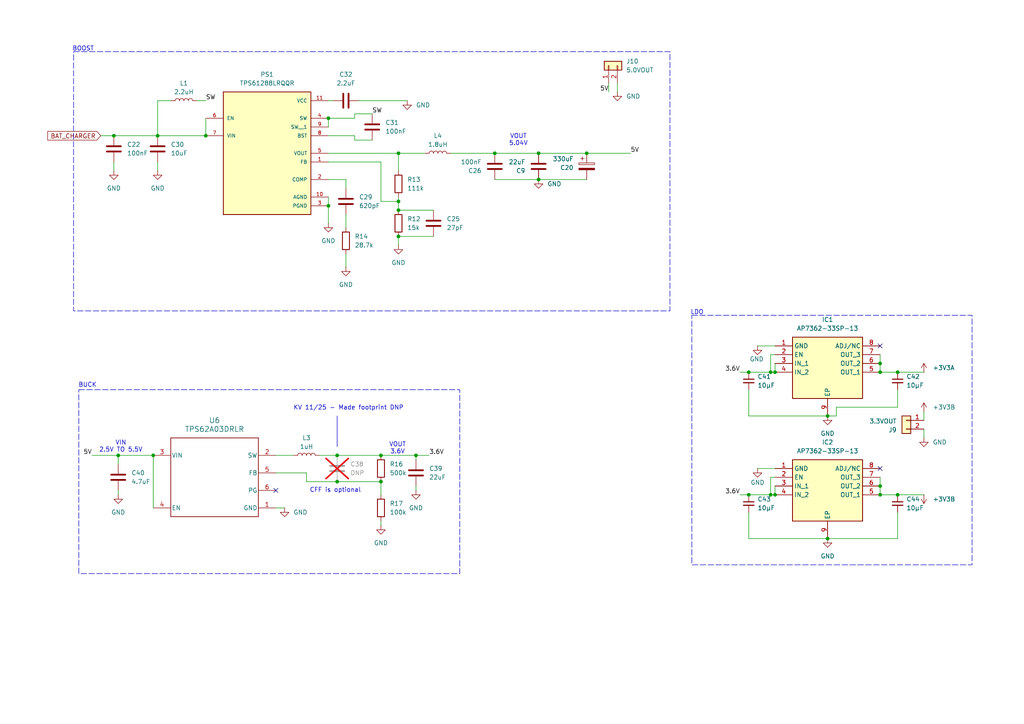
<source format=kicad_sch>
(kicad_sch (version 20250114) (generator "eeschema") (generator_version "9.0")
  (paper "A4")
  (lib_symbols
    (symbol "Connector_Generic:Conn_01x02" (pin_names (offset 1.016) (hide yes))
      (property "Reference" "J" (at 0 2.54 0))
      (property "Value" "Conn_01x02" (at 0 -5.08 0))
      (symbol "Conn_01x02_1_1"
        (rectangle (start -1.27 1.27) (end 1.27 -3.81) (stroke (width 0.254)) (fill (type background)))
        (rectangle (start -1.27 0.127) (end 0 -0.127) (stroke (width 0.1524)))
        (rectangle (start -1.27 -2.413) (end 0 -2.667) (stroke (width 0.1524)))
        (pin passive line (at -5.08 0 0) (length 3.81) (name "Pin_1") (number "1"))
        (pin passive line (at -5.08 -2.54 0) (length 3.81) (name "Pin_2") (number "2"))
      )
    )
    (symbol "Device:C" (pin_numbers (hide yes)) (pin_names (offset 0.254))
      (property "Reference" "C" (at 0.635 2.54 0))
      (property "Value" "C" (at 0.635 -2.54 0))
      (symbol "C_0_1"
        (polyline (pts (xy -2.032 0.762) (xy 2.032 0.762)) (stroke (width 0.508)))
        (polyline (pts (xy -2.032 -0.762) (xy 2.032 -0.762)) (stroke (width 0.508)))
      )
      (symbol "C_1_1"
        (pin passive line (at 0 3.81 270) (length 2.794) (name "~") (number "1"))
        (pin passive line (at 0 -3.81 90) (length 2.794) (name "~") (number "2"))
      )
    )
    (symbol "Device:C_Polarized" (pin_numbers (hide yes)) (pin_names (offset 0.254))
      (property "Reference" "C" (at 0.635 2.54 0))
      (property "Value" "C_Polarized" (at 0.635 -2.54 0))
      (symbol "C_Polarized_0_1"
        (rectangle (start -2.286 0.508) (end 2.286 1.016))
        (polyline (pts (xy -1.778 2.286) (xy -0.762 2.286)))
        (polyline (pts (xy -1.27 2.794) (xy -1.27 1.778)))
        (rectangle (start 2.286 -0.508) (end -2.286 -1.016) (fill (type outline)))
      )
      (symbol "C_Polarized_1_1"
        (pin passive line (at 0 3.81 270) (length 2.794) (name "~") (number "1"))
        (pin passive line (at 0 -3.81 90) (length 2.794) (name "~") (number "2"))
      )
    )
    (symbol "Device:C_Small" (pin_numbers (hide yes)) (pin_names (offset 0.254) (hide yes))
      (property "Reference" "C" (at 0.254 1.778 0))
      (property "Value" "C_Small" (at 0.254 -2.032 0))
      (symbol "C_Small_0_1"
        (polyline (pts (xy -1.524 0.508) (xy 1.524 0.508)) (stroke (width 0.3048)))
        (polyline (pts (xy -1.524 -0.508) (xy 1.524 -0.508)) (stroke (width 0.3302)))
      )
      (symbol "C_Small_1_1"
        (pin passive line (at 0 2.54 270) (length 2.032) (name "~") (number "1"))
        (pin passive line (at 0 -2.54 90) (length 2.032) (name "~") (number "2"))
      )
    )
    (symbol "Device:L" (pin_numbers (hide yes)) (pin_names (offset 1.016) (hide yes))
      (property "Reference" "L" (at -1.27 0 90))
      (property "Value" "L" (at 1.905 0 90))
      (symbol "L_0_1"
        (arc (start 0 2.54) (mid 0.6323 1.905) (end 0 1.27))
        (arc (start 0 1.27) (mid 0.6323 0.635) (end 0 0))
        (arc (start 0 0) (mid 0.6323 -0.635) (end 0 -1.27))
        (arc (start 0 -1.27) (mid 0.6323 -1.905) (end 0 -2.54))
      )
      (symbol "L_1_1"
        (pin passive line (at 0 3.81 270) (length 1.27) (name "1") (number "1"))
        (pin passive line (at 0 -3.81 90) (length 1.27) (name "2") (number "2"))
      )
    )
    (symbol "Device:R" (pin_numbers (hide yes)) (pin_names (offset 0))
      (property "Reference" "R" (at 2.032 0 90))
      (property "Value" "R" (at 0 0 90))
      (symbol "R_0_1"
        (rectangle (start -1.016 -2.54) (end 1.016 2.54) (stroke (width 0.254)))
      )
      (symbol "R_1_1"
        (pin passive line (at 0 3.81 270) (length 1.27) (name "~") (number "1"))
        (pin passive line (at 0 -3.81 90) (length 1.27) (name "~") (number "2"))
      )
    )
    (symbol "SRAD-Avionics:AP7362-33SP-13"
      (property "Reference" "IC" (at 26.67 7.62 0))
      (property "Value" "AP7362-33SP-13" (at 26.67 5.08 0))
      (symbol "AP7362-33SP-13_1_1"
        (rectangle (start 5.08 2.54) (end 25.4 -15.24) (stroke (width 0.254)) (fill (type background)))
        (pin passive line (at 0 0 0) (length 5.08) (name "GND") (number "1"))
        (pin passive line (at 0 -2.54 0) (length 5.08) (name "EN") (number "2"))
        (pin passive line (at 0 -5.08 0) (length 5.08) (name "IN_1") (number "3"))
        (pin passive line (at 0 -7.62 0) (length 5.08) (name "IN_2") (number "4"))
        (pin passive line (at 15.24 -20.32 90) (length 5.08) (name "EP") (number "9"))
        (pin passive line (at 30.48 0 180) (length 5.08) (name "ADJ/NC") (number "8"))
        (pin passive line (at 30.48 -2.54 180) (length 5.08) (name "OUT_3") (number "7"))
        (pin passive line (at 30.48 -5.08 180) (length 5.08) (name "OUT_2") (number "6"))
        (pin passive line (at 30.48 -7.62 180) (length 5.08) (name "OUT_1") (number "5"))
      )
    )
    (symbol "SRAD-Avionics:TPS61288LRQQR" (pin_names (offset 1.016))
      (property "Reference" "PS" (at -12.7 18.288 0))
      (property "Value" "TPS61288LRQQR" (at -12.7 -20.32 0))
      (symbol "TPS61288LRQQR_0_0"
        (rectangle (start -12.7 -17.78) (end 12.7 17.78) (stroke (width 0.254)) (fill (type background)))
        (pin input line (at -17.78 10.16 0) (length 5.08) (name "EN") (number "6"))
        (pin input line (at -17.78 5.08 0) (length 5.08) (name "VIN") (number "7"))
        (pin power_in line (at 17.78 15.24 180) (length 5.08) (name "VCC") (number "11"))
        (pin output line (at 17.78 10.16 180) (length 5.08) (name "SW") (number "4"))
        (pin output line (at 17.78 7.62 180) (length 5.08) (name "SW__1") (number "9"))
        (pin output line (at 17.78 5.08 180) (length 5.08) (name "BST") (number "8"))
        (pin output line (at 17.78 0 180) (length 5.08) (name "VOUT") (number "5"))
        (pin input line (at 17.78 -2.54 180) (length 5.08) (name "FB") (number "1"))
        (pin output line (at 17.78 -7.62 180) (length 5.08) (name "COMP") (number "2"))
        (pin power_in line (at 17.78 -12.7 180) (length 5.08) (name "AGND") (number "10"))
        (pin power_in line (at 17.78 -15.24 180) (length 5.08) (name "PGND") (number "3"))
      )
    )
    (symbol "SRAD-Avionics:TPS62A03DRLR" (pin_names (offset 0.254))
      (property "Reference" "U" (at 0 2.54 0))
      (property "Value" "TPS62A03DRLR" (at 0 0 0))
      (symbol "TPS62A03DRLR_0_1"
        (polyline (pts (xy 5.08 5.08) (xy 5.08 -17.78)) (stroke (width 0.2032)))
        (polyline (pts (xy 5.08 -17.78) (xy 30.48 -17.78)) (stroke (width 0.2032)))
        (polyline (pts (xy 30.48 5.08) (xy 5.08 5.08)) (stroke (width 0.2032)))
        (polyline (pts (xy 30.48 -17.78) (xy 30.48 5.08)) (stroke (width 0.2032)))
        (pin power_in line (at 0 0 0) (length 5.08) (name "VIN") (number "3"))
        (pin input line (at 0 -15.24 0) (length 5.08) (name "EN") (number "4"))
        (pin unspecified line (at 35.56 0 180) (length 5.08) (name "SW") (number "2"))
        (pin unspecified line (at 35.56 -5.08 180) (length 5.08) (name "FB") (number "5"))
        (pin open_collector line (at 35.56 -10.16 180) (length 5.08) (name "PG") (number "6"))
        (pin power_in line (at 35.56 -15.24 180) (length 5.08) (name "GND") (number "1"))
      )
    )
    (symbol "power:+3V3" (power) (pin_numbers (hide yes)) (pin_names (offset 0) (hide yes))
      (property "Value" "+3V3" (at 0 3.556 0))
      (symbol "+3V3_0_1"
        (polyline (pts (xy -0.762 1.27) (xy 0 2.54)))
        (polyline (pts (xy 0 2.54) (xy 0.762 1.27)))
        (polyline (pts (xy 0 0) (xy 0 2.54)))
      )
      (symbol "+3V3_1_1"
        (pin power_in line (at 0 0 90) (length 0) (name "~") (number "1"))
      )
    )
    (symbol "power:GND" (power) (pin_numbers (hide yes)) (pin_names (offset 0) (hide yes))
      (property "Value" "GND" (at 0 -3.81 0))
      (symbol "GND_0_1"
        (polyline (pts (xy 0 0) (xy 0 -1.27) (xy 1.27 -1.27) (xy 0 -2.54) (xy -1.27 -1.27) (xy 0 -1.27)))
      )
      (symbol "GND_1_1"
        (pin power_in line (at 0 0 270) (length 0) (name "~") (number "1"))
      )
    )
  )
  (rectangle (start 22.86 113.03) (end 133.35 166.37) (stroke (width 0) (type dash)))
  (rectangle (start 97.79 120.65) (end 97.79 129.54))
  (rectangle (start 200.66 91.44) (end 281.94 163.83) (stroke (width 0) (type dash)))
  (rectangle (start 21.336 14.986) (end 194.31 90.17) (stroke (width 0) (type dash)))
  (text "VIN\n2.5V TO 5.5V" (at 35.052 129.54 0) (effects (font (size 1.27 1.27))))
  (text "BUCK" (at 25.4 111.76 0) (effects (font (size 1.27 1.27))))
  (text "VOUT\n3.6V" (at 115.316 130.048 0) (effects (font (size 1.27 1.27))))
  (text "CFF is optional" (at 97.282 142.24 0) (effects (font (size 1.27 1.27))))
  (text "VOUT\n5.04V" (at 150.368 40.64 0) (effects (font (size 1.27 1.27))))
  (text "BOOST" (at 24.13 14.224 0) (effects (font (size 1.27 1.27))))
  (text "LDO" (at 202.184 90.678 0) (effects (font (size 1.27 1.27))))
  (text "KV 11/25 - Made footprint DNP\n" (at 101.092 118.364 0) (effects (font (size 1.27 1.27))))
  (junction (at 143.51 44.45))
  (junction (at 224.79 143.51))
  (junction (at 217.17 143.51))
  (junction (at 110.49 139.7))
  (junction (at 260.35 107.95))
  (junction (at 240.03 156.21))
  (junction (at 115.57 68.58))
  (junction (at 260.35 143.51))
  (junction (at 110.49 132.08))
  (junction (at 217.17 107.95))
  (junction (at 115.57 58.42))
  (junction (at 223.52 107.95))
  (junction (at 97.79 139.7))
  (junction (at 156.21 44.45))
  (junction (at 95.25 34.29))
  (junction (at 223.52 143.51))
  (junction (at 44.45 132.08))
  (junction (at 255.27 107.95))
  (junction (at 95.25 59.69))
  (junction (at 45.72 39.37))
  (junction (at 170.18 44.45))
  (junction (at 34.29 132.08))
  (junction (at 156.21 52.07))
  (junction (at 255.27 140.97))
  (junction (at 120.65 132.08))
  (junction (at 255.27 143.51))
  (junction (at 97.79 132.08))
  (junction (at 115.57 60.96))
  (junction (at 240.03 120.65))
  (junction (at 224.79 107.95))
  (junction (at 59.69 39.37))
  (junction (at 33.02 39.37))
  (junction (at 115.57 44.45))
  (junction (at 255.27 105.41))
  (no_connect (at 255.27 135.89))
  (no_connect (at 255.27 100.33))
  (no_connect (at 80.01 142.24))
  (wire (pts (xy 260.35 118.11) (xy 242.57 118.11)))
  (wire (pts (xy 110.49 58.42) (xy 115.57 58.42)))
  (wire (pts (xy 240.03 156.21) (xy 260.35 156.21)))
  (wire (pts (xy 57.15 29.21) (xy 59.69 29.21)))
  (wire (pts (xy 45.72 29.21) (xy 49.53 29.21)))
  (wire (pts (xy 120.65 140.97) (xy 120.65 142.24)))
  (wire (pts (xy 214.63 107.95) (xy 217.17 107.95)))
  (wire (pts (xy 110.49 139.7) (xy 110.49 143.51)))
  (wire (pts (xy 33.02 39.37) (xy 45.72 39.37)))
  (wire (pts (xy 26.67 132.08) (xy 34.29 132.08)))
  (wire (pts (xy 260.35 156.21) (xy 260.35 148.59)))
  (wire (pts (xy 260.35 107.95) (xy 267.97 107.95)))
  (wire (pts (xy 34.29 142.24) (xy 34.29 143.51)))
  (wire (pts (xy 97.79 132.08) (xy 92.71 132.08)))
  (wire (pts (xy 217.17 107.95) (xy 223.52 107.95)))
  (wire (pts (xy 219.71 100.33) (xy 224.79 100.33)))
  (wire (pts (xy 224.79 138.43) (xy 223.52 138.43)))
  (wire (pts (xy 260.35 143.51) (xy 267.97 143.51)))
  (wire (pts (xy 95.25 44.45) (xy 115.57 44.45)))
  (wire (pts (xy 115.57 44.45) (xy 115.57 49.53)))
  (wire (pts (xy 242.57 118.11) (xy 242.57 120.65)))
  (wire (pts (xy 29.21 39.37) (xy 33.02 39.37)))
  (wire (pts (xy 217.17 148.59) (xy 217.17 156.21)))
  (wire (pts (xy 255.27 138.43) (xy 255.27 140.97)))
  (wire (pts (xy 115.57 68.58) (xy 125.73 68.58)))
  (wire (pts (xy 102.87 33.02) (xy 107.95 33.02)))
  (wire (pts (xy 242.57 120.65) (xy 240.03 120.65)))
  (wire (pts (xy 110.49 151.13) (xy 110.49 152.4)))
  (wire (pts (xy 100.33 52.07) (xy 100.33 54.61)))
  (wire (pts (xy 223.52 143.51) (xy 224.79 143.51)))
  (wire (pts (xy 110.49 132.08) (xy 120.65 132.08)))
  (wire (pts (xy 88.9 137.16) (xy 88.9 139.7)))
  (wire (pts (xy 217.17 113.03) (xy 217.17 120.65)))
  (wire (pts (xy 214.63 143.51) (xy 217.17 143.51)))
  (wire (pts (xy 44.45 132.08) (xy 44.45 147.32)))
  (wire (pts (xy 45.72 39.37) (xy 59.69 39.37)))
  (wire (pts (xy 179.07 24.13) (xy 179.07 26.67)))
  (wire (pts (xy 156.21 52.07) (xy 170.18 52.07)))
  (wire (pts (xy 115.57 60.96) (xy 125.73 60.96)))
  (wire (pts (xy 176.53 26.67) (xy 176.53 24.13)))
  (wire (pts (xy 260.35 113.03) (xy 260.35 118.11)))
  (wire (pts (xy 223.52 102.87) (xy 223.52 107.95)))
  (wire (pts (xy 217.17 143.51) (xy 223.52 143.51)))
  (wire (pts (xy 100.33 66.04) (xy 100.33 62.23)))
  (wire (pts (xy 115.57 68.58) (xy 115.57 71.12)))
  (wire (pts (xy 217.17 156.21) (xy 240.03 156.21)))
  (wire (pts (xy 255.27 102.87) (xy 255.27 105.41)))
  (wire (pts (xy 255.27 105.41) (xy 255.27 107.95)))
  (wire (pts (xy 95.25 34.29) (xy 95.25 36.83)))
  (wire (pts (xy 34.29 132.08) (xy 34.29 134.62)))
  (wire (pts (xy 34.29 132.08) (xy 44.45 132.08)))
  (wire (pts (xy 97.79 132.08) (xy 110.49 132.08)))
  (wire (pts (xy 95.25 29.21) (xy 96.52 29.21)))
  (wire (pts (xy 95.25 46.99) (xy 110.49 46.99)))
  (wire (pts (xy 255.27 143.51) (xy 260.35 143.51)))
  (wire (pts (xy 80.01 147.32) (xy 82.55 147.32)))
  (wire (pts (xy 267.97 119.38) (xy 267.97 121.92)))
  (wire (pts (xy 120.65 133.35) (xy 120.65 132.08)))
  (wire (pts (xy 255.27 107.95) (xy 260.35 107.95)))
  (wire (pts (xy 170.18 44.45) (xy 182.88 44.45)))
  (wire (pts (xy 115.57 44.45) (xy 123.19 44.45)))
  (wire (pts (xy 102.87 39.37) (xy 102.87 40.64)))
  (wire (pts (xy 224.79 102.87) (xy 223.52 102.87)))
  (wire (pts (xy 120.65 132.08) (xy 124.46 132.08)))
  (wire (pts (xy 217.17 120.65) (xy 240.03 120.65)))
  (wire (pts (xy 95.25 52.07) (xy 100.33 52.07)))
  (wire (pts (xy 80.01 132.08) (xy 85.09 132.08)))
  (wire (pts (xy 104.14 29.21) (xy 118.11 29.21)))
  (wire (pts (xy 95.25 34.29) (xy 102.87 34.29)))
  (wire (pts (xy 102.87 40.64) (xy 107.95 40.64)))
  (wire (pts (xy 95.25 57.15) (xy 95.25 59.69)))
  (wire (pts (xy 223.52 138.43) (xy 223.52 143.51)))
  (wire (pts (xy 224.79 105.41) (xy 224.79 107.95)))
  (wire (pts (xy 255.27 140.97) (xy 255.27 143.51)))
  (wire (pts (xy 219.71 135.89) (xy 224.79 135.89)))
  (wire (pts (xy 223.52 107.95) (xy 224.79 107.95)))
  (wire (pts (xy 115.57 58.42) (xy 115.57 60.96)))
  (wire (pts (xy 95.25 59.69) (xy 95.25 64.77)))
  (wire (pts (xy 267.97 124.46) (xy 267.97 127)))
  (wire (pts (xy 115.57 58.42) (xy 115.57 57.15)))
  (wire (pts (xy 100.33 73.66) (xy 100.33 77.47)))
  (wire (pts (xy 143.51 52.07) (xy 156.21 52.07)))
  (wire (pts (xy 59.69 34.29) (xy 59.69 39.37)))
  (wire (pts (xy 110.49 46.99) (xy 110.49 58.42)))
  (wire (pts (xy 45.72 29.21) (xy 45.72 39.37)))
  (wire (pts (xy 156.21 44.45) (xy 170.18 44.45)))
  (wire (pts (xy 33.02 46.99) (xy 33.02 49.53)))
  (wire (pts (xy 97.79 139.7) (xy 110.49 139.7)))
  (wire (pts (xy 88.9 139.7) (xy 97.79 139.7)))
  (wire (pts (xy 130.81 44.45) (xy 143.51 44.45)))
  (wire (pts (xy 80.01 137.16) (xy 88.9 137.16)))
  (wire (pts (xy 102.87 34.29) (xy 102.87 33.02)))
  (wire (pts (xy 95.25 39.37) (xy 102.87 39.37)))
  (wire (pts (xy 224.79 140.97) (xy 224.79 143.51)))
  (wire (pts (xy 143.51 44.45) (xy 156.21 44.45)))
  (wire (pts (xy 45.72 46.99) (xy 45.72 49.53)))
  (label "5V" (at 176.53 26.67 180))
  (label "SW" (at 107.95 33.02 0))
  (label "3.6V" (at 214.63 107.95 180))
  (label "3.6V" (at 214.63 143.51 180))
  (label "SW" (at 59.69 29.21 0))
  (label "5V" (at 182.88 44.45 0))
  (label "5V" (at 26.67 132.08 180))
  (label "3.6V" (at 124.46 132.08 0))
  (global_label "BAT_CHARGER" (shape input) (at 29.21 39.37 180) (property "Intersheetrefs" "${INTERSHEET_REFS}" (effects (hide yes))))
  (symbol (lib_id "power:GND") (at 219.71 100.33 0) (unit 1)
    (property "Reference" "#PWR054" (effects (hide yes)))
    (property "Value" "GND" (at 217.424 104.1399 0) (effects (justify left)))
    (property "Description" "Power symbol creates a global label with name \"GND\" , ground" (effects (hide yes)))
  )
  (symbol (lib_id "Device:C") (at 120.65 137.16 0) (unit 1)
    (property "Reference" "C39" (at 124.46 135.8899 0) (effects (justify left)))
    (property "Value" "22uF" (at 124.46 138.4299 0) (effects (justify left)))
    (property "Footprint" "Capacitor_SMD:C_0603_1608Metric_Pad1.08x0.95mm_HandSolder" (effects (hide yes)))
    (property "Description" "Unpolarized capacitor" (effects (hide yes)))
  )
  (symbol (lib_id "Device:R") (at 100.33 69.85 0) (unit 1)
    (property "Reference" "R14" (at 102.87 68.5799 0) (effects (justify left)))
    (property "Value" "28.7k" (at 102.87 71.1199 0) (effects (justify left)))
    (property "Footprint" "Resistor_SMD:R_0603_1608Metric_Pad0.98x0.95mm_HandSolder" (effects (hide yes)))
    (property "Description" "Resistor" (effects (hide yes)))
  )
  (symbol (lib_id "Device:L") (at 127 44.45 90) (unit 1)
    (property "Reference" "L4" (at 127 39.37 90))
    (property "Value" "1.8uH" (at 127 41.91 90))
    (property "Footprint" "Inductor_SMD:L_0805_2012Metric_Pad1.05x1.20mm_HandSolder" (effects (hide yes)))
    (property "Description" "Inductor" (effects (hide yes)))
  )
  (symbol (lib_id "Device:C") (at 100.33 29.21 90) (unit 1)
    (property "Reference" "C32" (at 100.33 21.59 90))
    (property "Value" "2.2uF" (at 100.33 24.13 90))
    (property "Footprint" "Capacitor_SMD:C_0603_1608Metric_Pad1.08x0.95mm_HandSolder" (effects (hide yes)))
    (property "Description" "Unpolarized capacitor" (effects (hide yes)))
  )
  (symbol (lib_id "power:GND") (at 95.25 64.77 0) (unit 1)
    (property "Reference" "#PWR059" (effects (hide yes)))
    (property "Value" "GND" (at 95.25 69.85 0))
    (property "Description" "Power symbol creates a global label with name \"GND\" , ground" (effects (hide yes)))
  )
  (symbol (lib_id "Device:C_Polarized") (at 170.18 48.26 0) (unit 1)
    (property "Reference" "C20" (at 166.37 48.6411 0) (effects (justify right)))
    (property "Value" "330uF" (at 166.37 46.1011 0) (effects (justify right)))
    (property "Footprint" "Capacitor_SMD:CP_Elec_10x10" (effects (hide yes)))
    (property "Description" "Polarized capacitor" (effects (hide yes)))
  )
  (symbol (lib_id "SRAD-Avionics:AP7362-33SP-13") (at 224.79 135.89 0) (unit 1)
    (property "Reference" "IC2" (at 240.03 128.27 0))
    (property "Value" "AP7362-33SP-13" (at 240.03 130.81 0))
    (property "Footprint" "Package_SO:Diodes_SO-8EP" (effects (hide yes)))
    (property "Datasheet" "https://www.diodes.com//assets/Datasheets/AP7362.pdf" (effects (hide yes)))
    (property "Description" "LDO Voltage Regulators LDO CMOS HiCurr SO-8 1.5A LowQ Adj 190mV" (effects (hide yes)))
    (property "Height" "1.5" (effects (hide yes)))
    (property "Mouser Part Number" "621-AP7362-33SP-13" (effects (hide yes)))
    (property "Mouser Price/Stock" "https://www.mouser.co.uk/ProductDetail/Diodes-Incorporated/AP7362-33SP-13?qs=KKV7F4CK8NmzeNAjtGP7xA%3D%3D" (effects (hide yes)))
    (property "Manufacturer_Name" "Diodes Incorporated" (effects (hide yes)))
    (property "Manufacturer_Part_Number" "AP7362-33SP-13" (effects (hide yes)))
  )
  (symbol (lib_id "Device:C") (at 33.02 43.18 0) (unit 1)
    (property "Reference" "C22" (at 36.83 41.9099 0) (effects (justify left)))
    (property "Value" "100nF" (at 36.83 44.4499 0) (effects (justify left)))
    (property "Footprint" "Capacitor_SMD:C_1210_3225Metric_Pad1.33x2.70mm_HandSolder" (effects (hide yes)))
    (property "Description" "Unpolarized capacitor" (effects (hide yes)))
  )
  (symbol (lib_id "power:+3V3") (at 267.97 143.51 180) (unit 1)
    (property "Reference" "#PWR079" (effects (hide yes)))
    (property "Value" "+3V3B" (at 270.51 144.7799 0) (effects (justify right)))
    (property "Description" "Power symbol creates a global label with name \"+3V3\"" (effects (hide yes)))
  )
  (symbol (lib_id "power:GND") (at 179.07 26.67 0) (unit 1)
    (property "Reference" "#PWR082" (effects (hide yes)))
    (property "Value" "GND" (at 181.61 27.9399 0) (effects (justify left)))
    (property "Description" "Power symbol creates a global label with name \"GND\" , ground" (effects (hide yes)))
  )
  (symbol (lib_id "SRAD-Avionics:AP7362-33SP-13") (at 224.79 100.33 0) (unit 1)
    (property "Reference" "IC1" (at 240.03 92.71 0))
    (property "Value" "AP7362-33SP-13" (at 240.03 95.25 0))
    (property "Footprint" "Package_SO:Diodes_SO-8EP" (effects (hide yes)))
    (property "Datasheet" "https://www.diodes.com//assets/Datasheets/AP7362.pdf" (effects (hide yes)))
    (property "Description" "LDO Voltage Regulators LDO CMOS HiCurr SO-8 1.5A LowQ Adj 190mV" (effects (hide yes)))
    (property "Height" "1.5" (effects (hide yes)))
    (property "Mouser Part Number" "621-AP7362-33SP-13" (effects (hide yes)))
    (property "Mouser Price/Stock" "https://www.mouser.co.uk/ProductDetail/Diodes-Incorporated/AP7362-33SP-13?qs=KKV7F4CK8NmzeNAjtGP7xA%3D%3D" (effects (hide yes)))
    (property "Manufacturer_Name" "Diodes Incorporated" (effects (hide yes)))
    (property "Manufacturer_Part_Number" "AP7362-33SP-13" (effects (hide yes)))
  )
  (symbol (lib_id "Device:R") (at 110.49 135.89 0) (unit 1)
    (property "Reference" "R16" (at 113.03 134.6199 0) (effects (justify left)))
    (property "Value" "500k" (at 113.03 137.1599 0) (effects (justify left)))
    (property "Footprint" "Resistor_SMD:R_0603_1608Metric_Pad0.98x0.95mm_HandSolder" (effects (hide yes)))
    (property "Description" "Resistor" (effects (hide yes)))
  )
  (symbol (lib_id "power:GND") (at 240.03 120.65 0) (unit 1)
    (property "Reference" "#PWR055" (effects (hide yes)))
    (property "Value" "GND" (at 240.03 125.73 0))
    (property "Description" "Power symbol creates a global label with name \"GND\" , ground" (effects (hide yes)))
  )
  (symbol (lib_id "power:GND") (at 219.71 135.89 0) (unit 1)
    (property "Reference" "#PWR056" (effects (hide yes)))
    (property "Value" "GND" (at 217.678 139.9539 0) (effects (justify left)))
    (property "Description" "Power symbol creates a global label with name \"GND\" , ground" (effects (hide yes)))
  )
  (symbol (lib_id "Device:R") (at 115.57 53.34 0) (unit 1)
    (property "Reference" "R13" (at 118.11 52.0699 0) (effects (justify left)))
    (property "Value" "111k" (at 118.11 54.6099 0) (effects (justify left)))
    (property "Footprint" "Resistor_SMD:R_0603_1608Metric_Pad0.98x0.95mm_HandSolder" (effects (hide yes)))
    (property "Description" "Resistor" (effects (hide yes)))
  )
  (symbol (lib_id "Device:C") (at 97.79 135.89 0) (unit 1) (dnp yes)
    (property "Reference" "C38" (at 101.6 134.6199 0) (effects (justify left)))
    (property "Value" "DNP" (at 101.6 137.1599 0) (effects (justify left)))
    (property "Description" "Unpolarized capacitor" (effects (hide yes)))
  )
  (symbol (lib_id "Device:C") (at 156.21 48.26 180) (unit 1)
    (property "Reference" "C9" (at 152.4 49.5301 0) (effects (justify left)))
    (property "Value" "22uF" (at 152.4 46.9901 0) (effects (justify left)))
    (property "Footprint" "Capacitor_SMD:C_0603_1608Metric_Pad1.08x0.95mm_HandSolder" (effects (hide yes)))
    (property "Description" "Unpolarized capacitor" (effects (hide yes)))
  )
  (symbol (lib_id "Device:C_Small") (at 217.17 146.05 0) (unit 1)
    (property "Reference" "C43" (at 219.71 144.7862 0) (effects (justify left)))
    (property "Value" "10µF" (at 219.71 147.3262 0) (effects (justify left)))
    (property "Footprint" "Capacitor_SMD:C_1210_3225Metric_Pad1.33x2.70mm_HandSolder" (effects (hide yes)))
    (property "Description" "Unpolarized capacitor, small symbol" (effects (hide yes)))
  )
  (symbol (lib_id "power:GND") (at 45.72 49.53 0) (unit 1)
    (property "Reference" "#PWR060" (effects (hide yes)))
    (property "Value" "GND" (at 45.72 54.61 0))
    (property "Description" "Power symbol creates a global label with name \"GND\" , ground" (effects (hide yes)))
  )
  (symbol (lib_id "Device:R") (at 115.57 64.77 0) (unit 1)
    (property "Reference" "R12" (at 118.11 63.4999 0) (effects (justify left)))
    (property "Value" "15k" (at 118.11 66.0399 0) (effects (justify left)))
    (property "Footprint" "Resistor_SMD:R_0603_1608Metric_Pad0.98x0.95mm_HandSolder" (effects (hide yes)))
    (property "Description" "Resistor" (effects (hide yes)))
  )
  (symbol (lib_id "Device:C_Small") (at 260.35 146.05 0) (unit 1)
    (property "Reference" "C44" (at 262.89 144.7862 0) (effects (justify left)))
    (property "Value" "10µF" (at 262.89 147.3262 0) (effects (justify left)))
    (property "Footprint" "Capacitor_SMD:C_1210_3225Metric_Pad1.33x2.70mm_HandSolder" (effects (hide yes)))
    (property "Description" "Unpolarized capacitor, small symbol" (effects (hide yes)))
  )
  (symbol (lib_id "Connector_Generic:Conn_01x02") (at 262.89 121.92 0) (mirror y) (unit 1)
    (property "Reference" "J9" (at 260.0959 124.714 0) (effects (justify left)))
    (property "Value" "3.3VOUT" (at 260.0959 122.174 0) (effects (justify left)))
    (property "Footprint" "Connector_JST:JST_XH_B2B-XH-A_1x02_P2.50mm_Vertical" (effects (hide yes)))
    (property "Description" "Generic connector, single row, 01x02, script generated (kicad-library-utils/schlib/autogen/connector/)" (effects (hide yes)))
  )
  (symbol (lib_id "Device:L") (at 53.34 29.21 90) (unit 1)
    (property "Reference" "L1" (at 53.34 24.13 90))
    (property "Value" "2.2uH" (at 53.34 26.67 90))
    (property "Footprint" "Inductor_SMD:L_2010_5025Metric_Pad1.52x2.65mm_HandSolder" (effects (hide yes)))
    (property "Description" "Inductor" (effects (hide yes)))
  )
  (symbol (lib_id "Device:C_Small") (at 260.35 110.49 0) (unit 1)
    (property "Reference" "C42" (at 262.89 109.2262 0) (effects (justify left)))
    (property "Value" "10µF" (at 262.89 111.7662 0) (effects (justify left)))
    (property "Footprint" "Capacitor_SMD:C_1210_3225Metric_Pad1.33x2.70mm_HandSolder" (effects (hide yes)))
    (property "Description" "Unpolarized capacitor, small symbol" (effects (hide yes)))
  )
  (symbol (lib_id "power:GND") (at 115.57 71.12 0) (unit 1)
    (property "Reference" "#PWR057" (effects (hide yes)))
    (property "Value" "GND" (at 115.57 76.2 0))
    (property "Description" "Power symbol creates a global label with name \"GND\" , ground" (effects (hide yes)))
  )
  (symbol (lib_id "power:GND") (at 110.49 152.4 0) (unit 1)
    (property "Reference" "#PWR09" (effects (hide yes)))
    (property "Value" "GND" (at 110.49 157.48 0))
    (property "Description" "Power symbol creates a global label with name \"GND\" , ground" (effects (hide yes)))
  )
  (symbol (lib_id "Device:C") (at 125.73 64.77 0) (unit 1)
    (property "Reference" "C25" (at 129.54 63.4999 0) (effects (justify left)))
    (property "Value" "27pF" (at 129.54 66.0399 0) (effects (justify left)))
    (property "Footprint" "Capacitor_SMD:C_0603_1608Metric_Pad1.08x0.95mm_HandSolder" (effects (hide yes)))
    (property "Description" "Unpolarized capacitor" (effects (hide yes)))
  )
  (symbol (lib_id "SRAD-Avionics:TPS61288LRQQR") (at 77.47 44.45 0) (unit 1)
    (property "Reference" "PS1" (at 77.47 21.59 0))
    (property "Value" "TPS61288LRQQR" (at 77.47 24.13 0))
    (property "Footprint" "Package_DFN_QFN:Texas_VQFN-HR-20_3x2.5mm_P0.5mm_RQQ0011A" (effects (hide yes)))
    (property "PARTREV" "C" (effects (hide yes)))
    (property "STANDARD" "Manufacturer Recommendations" (effects (hide yes)))
    (property "SNAPEDA_PACKAGE_ID" "121210" (effects (hide yes)))
    (property "MAXIMUM_PACKAGE_HEIGHT" "1 mm" (effects (hide yes)))
    (property "MANUFACTURER" "Texas Instruments" (effects (hide yes)))
  )
  (symbol (lib_id "Device:L") (at 88.9 132.08 90) (unit 1)
    (property "Reference" "L3" (at 88.9 127 90))
    (property "Value" "1uH" (at 88.9 129.54 90))
    (property "Footprint" "Inductor_SMD:L_1210_3225Metric_Pad1.42x2.65mm_HandSolder" (effects (hide yes)))
    (property "Description" "Inductor" (effects (hide yes)))
  )
  (symbol (lib_id "Device:C") (at 34.29 138.43 0) (unit 1)
    (property "Reference" "C40" (at 38.1 137.1599 0) (effects (justify left)))
    (property "Value" "4.7uF" (at 38.1 139.6999 0) (effects (justify left)))
    (property "Footprint" "Capacitor_SMD:C_0603_1608Metric_Pad1.08x0.95mm_HandSolder" (effects (hide yes)))
    (property "Description" "Unpolarized capacitor" (effects (hide yes)))
  )
  (symbol (lib_id "Device:C_Small") (at 217.17 110.49 0) (unit 1)
    (property "Reference" "C41" (at 219.71 109.2262 0) (effects (justify left)))
    (property "Value" "10µF" (at 219.71 111.7662 0) (effects (justify left)))
    (property "Footprint" "Capacitor_SMD:C_1210_3225Metric_Pad1.33x2.70mm_HandSolder" (effects (hide yes)))
    (property "Description" "Unpolarized capacitor, small symbol" (effects (hide yes)))
  )
  (symbol (lib_id "power:GND") (at 82.55 147.32 0) (unit 1)
    (property "Reference" "#PWR072" (effects (hide yes)))
    (property "Value" "GND" (at 85.09 148.5899 0) (effects (justify left)))
    (property "Description" "Power symbol creates a global label with name \"GND\" , ground" (effects (hide yes)))
  )
  (symbol (lib_id "Device:R") (at 110.49 147.32 0) (unit 1)
    (property "Reference" "R17" (at 113.03 146.0499 0) (effects (justify left)))
    (property "Value" "100k" (at 113.03 148.5899 0) (effects (justify left)))
    (property "Footprint" "Resistor_SMD:R_0603_1608Metric_Pad0.98x0.95mm_HandSolder" (effects (hide yes)))
    (property "Description" "Resistor" (effects (hide yes)))
  )
  (symbol (lib_id "Device:C") (at 45.72 43.18 0) (unit 1)
    (property "Reference" "C30" (at 49.53 41.9099 0) (effects (justify left)))
    (property "Value" "10uF" (at 49.53 44.4499 0) (effects (justify left)))
    (property "Footprint" "Capacitor_SMD:C_1210_3225Metric_Pad1.33x2.70mm_HandSolder" (effects (hide yes)))
    (property "Description" "Unpolarized capacitor" (effects (hide yes)))
  )
  (symbol (lib_id "Device:C") (at 143.51 48.26 180) (unit 1)
    (property "Reference" "C26" (at 139.7 49.5301 0) (effects (justify left)))
    (property "Value" "100nF" (at 139.7 46.9901 0) (effects (justify left)))
    (property "Footprint" "Capacitor_SMD:C_0603_1608Metric_Pad1.08x0.95mm_HandSolder" (effects (hide yes)))
    (property "Description" "Unpolarized capacitor" (effects (hide yes)))
  )
  (symbol (lib_id "power:GND") (at 267.97 127 0) (unit 1)
    (property "Reference" "#PWR081" (effects (hide yes)))
    (property "Value" "GND" (at 270.51 128.2699 0) (effects (justify left)))
    (property "Description" "Power symbol creates a global label with name \"GND\" , ground" (effects (hide yes)))
  )
  (symbol (lib_id "power:GND") (at 240.03 156.21 0) (unit 1)
    (property "Reference" "#PWR078" (effects (hide yes)))
    (property "Value" "GND" (at 240.03 161.29 0))
    (property "Description" "Power symbol creates a global label with name \"GND\" , ground" (effects (hide yes)))
  )
  (symbol (lib_id "power:GND") (at 120.65 142.24 0) (unit 1)
    (property "Reference" "#PWR074" (effects (hide yes)))
    (property "Value" "GND" (at 120.65 147.32 0))
    (property "Description" "Power symbol creates a global label with name \"GND\" , ground" (effects (hide yes)))
  )
  (symbol (lib_id "power:+3V3") (at 267.97 119.38 0) (unit 1)
    (property "Reference" "#PWR080" (effects (hide yes)))
    (property "Value" "+3V3B" (at 270.51 118.1099 0) (effects (justify left)))
    (property "Description" "Power symbol creates a global label with name \"+3V3\"" (effects (hide yes)))
  )
  (symbol (lib_id "power:GND") (at 156.21 52.07 0) (unit 1)
    (property "Reference" "#PWR062" (effects (hide yes)))
    (property "Value" "GND" (at 158.75 53.3399 0) (effects (justify left)))
    (property "Description" "Power symbol creates a global label with name \"GND\" , ground" (effects (hide yes)))
  )
  (symbol (lib_id "Device:C") (at 100.33 58.42 0) (unit 1)
    (property "Reference" "C29" (at 104.14 57.1499 0) (effects (justify left)))
    (property "Value" "620pF" (at 104.14 59.6899 0) (effects (justify left)))
    (property "Footprint" "Capacitor_SMD:C_0603_1608Metric_Pad1.08x0.95mm_HandSolder" (effects (hide yes)))
    (property "Description" "Unpolarized capacitor" (effects (hide yes)))
  )
  (symbol (lib_id "Device:C") (at 107.95 36.83 0) (unit 1)
    (property "Reference" "C31" (at 111.76 35.5599 0) (effects (justify left)))
    (property "Value" "100nF" (at 111.76 38.0999 0) (effects (justify left)))
    (property "Footprint" "Capacitor_SMD:C_0603_1608Metric_Pad1.08x0.95mm_HandSolder" (effects (hide yes)))
    (property "Description" "Unpolarized capacitor" (effects (hide yes)))
  )
  (symbol (lib_id "power:GND") (at 33.02 49.53 0) (unit 1)
    (property "Reference" "#PWR0100" (effects (hide yes)))
    (property "Value" "GND" (at 33.02 54.61 0))
    (property "Description" "Power symbol creates a global label with name \"GND\" , ground" (effects (hide yes)))
  )
  (symbol (lib_id "SRAD-Avionics:TPS62A03DRLR") (at 44.45 132.08 0) (unit 1)
    (property "Reference" "U6" (at 62.23 121.92 0) (effects (font (size 1.524 1.524))))
    (property "Value" "TPS62A03DRLR" (at 62.23 124.46 0) (effects (font (size 1.524 1.524))))
    (property "Footprint" "Package_TO_SOT_SMD:SOT-563" (effects (hide yes)))
    (property "Datasheet" "https://www.ti.com/lit/gpn/tps62a03" (effects (hide yes)))
  )
  (symbol (lib_id "power:GND") (at 118.11 29.21 0) (unit 1)
    (property "Reference" "#PWR061" (effects (hide yes)))
    (property "Value" "GND" (at 120.65 30.4799 0) (effects (justify left)))
    (property "Description" "Power symbol creates a global label with name \"GND\" , ground" (effects (hide yes)))
  )
  (symbol (lib_id "power:+3V3") (at 267.97 107.95 0) (unit 1)
    (property "Reference" "#PWR075" (effects (hide yes)))
    (property "Value" "+3V3A" (at 270.51 106.6799 0) (effects (justify left)))
    (property "Description" "Power symbol creates a global label with name \"+3V3\"" (effects (hide yes)))
  )
  (symbol (lib_id "Connector_Generic:Conn_01x02") (at 176.53 19.05 90) (unit 1)
    (property "Reference" "J10" (at 181.61 17.7799 90) (effects (justify right)))
    (property "Value" "5.0VOUT" (at 181.61 20.3199 90) (effects (justify right)))
    (property "Footprint" "Connector_JST:JST_XH_B2B-XH-A_1x02_P2.50mm_Vertical" (effects (hide yes)))
    (property "Description" "Generic connector, single row, 01x02, script generated (kicad-library-utils/schlib/autogen/connector/)" (effects (hide yes)))
  )
  (symbol (lib_id "power:GND") (at 34.29 143.51 0) (unit 1)
    (property "Reference" "#PWR073" (effects (hide yes)))
    (property "Value" "GND" (at 34.29 148.59 0))
    (property "Description" "Power symbol creates a global label with name \"GND\" , ground" (effects (hide yes)))
  )
  (symbol (lib_id "power:GND") (at 100.33 77.47 0) (unit 1)
    (property "Reference" "#PWR058" (effects (hide yes)))
    (property "Value" "GND" (at 100.33 82.55 0))
    (property "Description" "Power symbol creates a global label with name \"GND\" , ground" (effects (hide yes)))
  )
)
</source>
